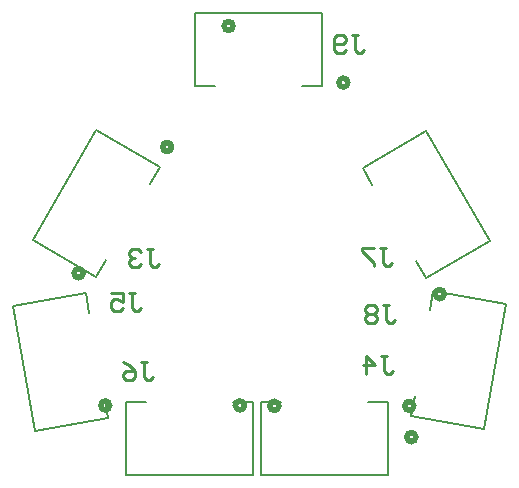
<source format=gbo>
G04*
G04 #@! TF.GenerationSoftware,Altium Limited,Altium Designer,21.6.4 (81)*
G04*
G04 Layer_Color=32896*
%FSLAX44Y44*%
%MOMM*%
G71*
G04*
G04 #@! TF.SameCoordinates,662A1053-D2FE-41ED-9168-75848B50F108*
G04*
G04*
G04 #@! TF.FilePolarity,Positive*
G04*
G01*
G75*
%ADD10C,0.5080*%
%ADD13C,0.1524*%
%ADD14C,0.2540*%
D10*
X878631Y1450690D02*
G03*
X878631Y1450690I-3810J0D01*
G01*
X936209Y1150523D02*
G03*
X936209Y1150523I-3810J0D01*
G01*
X960311Y1271578D02*
G03*
X960311Y1271578I-3810J0D01*
G01*
X677009Y1177290D02*
G03*
X677009Y1177290I-3810J0D01*
G01*
X654463Y1289281D02*
G03*
X654463Y1289281I-3810J0D01*
G01*
X791069Y1177290D02*
G03*
X791069Y1177290I-3810J0D01*
G01*
X729410Y1396111D02*
G03*
X729410Y1396111I-3810J0D01*
G01*
X934421Y1176940D02*
G03*
X934421Y1176940I-3810J0D01*
G01*
X820211Y1176940D02*
G03*
X820211Y1176940I-3810J0D01*
G01*
X781511Y1498600D02*
G03*
X781511Y1498600I-3810J0D01*
G01*
D13*
X857041Y1447466D02*
Y1509950D01*
X749599D02*
X857041D01*
X749599Y1447466D02*
Y1509950D01*
X840204Y1447466D02*
X857041D01*
X749599D02*
X766437D01*
X932312Y1168593D02*
X993847Y1157743D01*
X1012503Y1263552D01*
X950969Y1274403D02*
X1012503Y1263552D01*
X932312Y1168593D02*
X935236Y1185175D01*
X948045Y1257821D02*
X950969Y1274403D01*
X944818Y1285365D02*
X998931Y1316606D01*
X945210Y1409654D02*
X998931Y1316606D01*
X891097Y1378412D02*
X945210Y1409654D01*
X936399Y1299946D02*
X944818Y1285365D01*
X891097Y1378412D02*
X899516Y1363830D01*
X690979Y1118030D02*
Y1180514D01*
Y1118030D02*
X798421D01*
Y1180514D01*
X690979D02*
X707817D01*
X781583D02*
X798421D01*
X595381Y1261480D02*
X656916Y1272331D01*
X595381Y1261480D02*
X614038Y1155670D01*
X675573Y1166521D01*
X656916Y1272331D02*
X659840Y1255749D01*
X672649Y1183102D02*
X675573Y1166521D01*
X805039Y1118030D02*
Y1180514D01*
Y1118030D02*
X912481D01*
Y1180514D01*
X805039D02*
X821877D01*
X895644D02*
X912481D01*
X665390Y1410343D02*
X719503Y1379101D01*
X611669Y1317295D02*
X665390Y1410343D01*
X611669Y1317295D02*
X665782Y1286053D01*
X711084Y1364519D02*
X719503Y1379101D01*
X665782Y1286053D02*
X674200Y1300635D01*
D14*
X882059Y1491328D02*
X887138D01*
X884598D01*
Y1478632D01*
X887138Y1476093D01*
X889677D01*
X892216Y1478632D01*
X876981D02*
X874442Y1476093D01*
X869363D01*
X866824Y1478632D01*
Y1488788D01*
X869363Y1491328D01*
X874442D01*
X876981Y1488788D01*
Y1486249D01*
X874442Y1483710D01*
X866824D01*
X908049Y1262377D02*
X913128D01*
X910588D01*
Y1249682D01*
X913128Y1247142D01*
X915667D01*
X918206Y1249682D01*
X902971Y1259838D02*
X900432Y1262377D01*
X895353D01*
X892814Y1259838D01*
Y1257299D01*
X895353Y1254760D01*
X892814Y1252221D01*
Y1249682D01*
X895353Y1247142D01*
X900432D01*
X902971Y1249682D01*
Y1252221D01*
X900432Y1254760D01*
X902971Y1257299D01*
Y1259838D01*
X900432Y1254760D02*
X895353D01*
X905509Y1310638D02*
X910587D01*
X908048D01*
Y1297942D01*
X910587Y1295403D01*
X913127D01*
X915666Y1297942D01*
X900431Y1310638D02*
X890274D01*
Y1308098D01*
X900431Y1297942D01*
Y1295403D01*
X703379Y1214467D02*
X708457D01*
X705918D01*
Y1201772D01*
X708457Y1199232D01*
X710996D01*
X713536Y1201772D01*
X688144Y1214467D02*
X693222Y1211928D01*
X698301Y1206850D01*
Y1201772D01*
X695761Y1199232D01*
X690683D01*
X688144Y1201772D01*
Y1204311D01*
X690683Y1206850D01*
X698301D01*
X693419Y1272538D02*
X698497D01*
X695958D01*
Y1259842D01*
X698497Y1257302D01*
X701037D01*
X703576Y1259842D01*
X678184Y1272538D02*
X688341D01*
Y1264920D01*
X683262Y1267459D01*
X680723D01*
X678184Y1264920D01*
Y1259842D01*
X680723Y1257302D01*
X685802D01*
X688341Y1259842D01*
X906339Y1219548D02*
X911418D01*
X908878D01*
Y1206852D01*
X911418Y1204313D01*
X913957D01*
X916496Y1206852D01*
X893643Y1204313D02*
Y1219548D01*
X901261Y1211930D01*
X891104D01*
X708659Y1309368D02*
X713737D01*
X711198D01*
Y1296672D01*
X713737Y1294133D01*
X716277D01*
X718816Y1296672D01*
X703581Y1306828D02*
X701042Y1309368D01*
X695963D01*
X693424Y1306828D01*
Y1304289D01*
X695963Y1301750D01*
X698503D01*
X695963D01*
X693424Y1299211D01*
Y1296672D01*
X695963Y1294133D01*
X701042D01*
X703581Y1296672D01*
M02*

</source>
